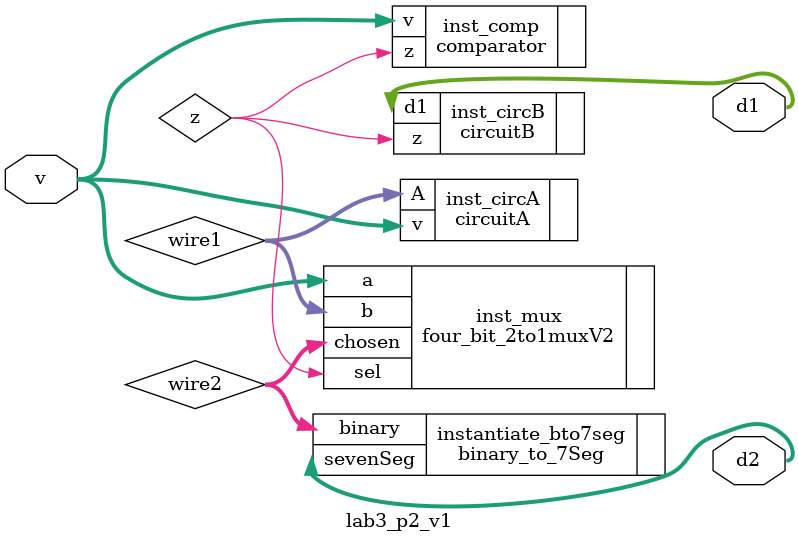
<source format=v>
module lab3_p2_v1 (v, d1, d2);
    input [3:0] v; 
	output [6:0] d1, d2; 
	
	//Add any required intermediate wires here
	wire [3:0] wire1, wire2;
	wire z;
	
	circuitA inst_circA(.v(v),.A(wire1));
	comparator inst_comp(.v(v),.z(z));
	circuitB inst_circB(.z(z),.d1(d1));
	four_bit_2to1muxV2 inst_mux(.sel(z),.a(v),.b(wire1),.chosen(wire2));
	binary_to_7Seg instantiate_bto7seg(.binary(wire2),.sevenSeg(d2));
	
endmodule
</source>
